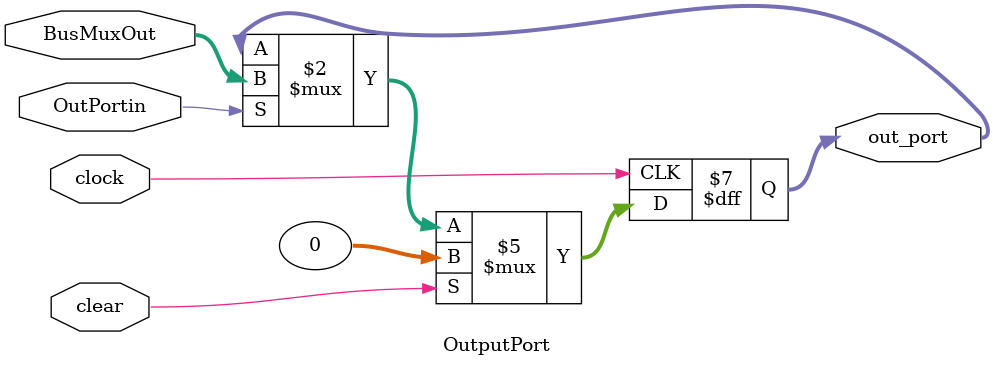
<source format=v>
module OutputPort #(parameter DATA_WIDTH = 32)(
    input clock,
    input clear,
    input OutPortin,               // Control signal to load output register
    input [DATA_WIDTH-1:0] BusMuxOut, // Data coming from the bus
    output reg [DATA_WIDTH-1:0] out_port // Output register (to the external output device)
);

  always @(posedge clock) begin
    if (clear)
      out_port <= {DATA_WIDTH{1'b0}};
    else if (OutPortin)
      out_port <= BusMuxOut;
  end

endmodule

</source>
